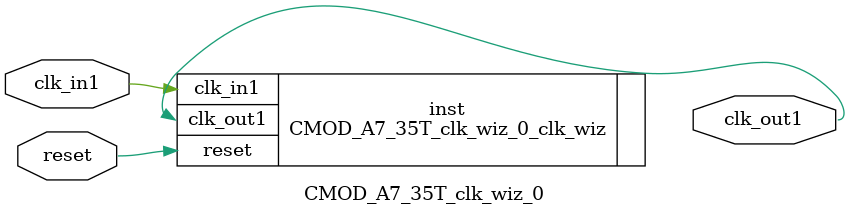
<source format=v>


`timescale 1ps/1ps

(* CORE_GENERATION_INFO = "CMOD_A7_35T_clk_wiz_0,clk_wiz_v6_0_12_0_0,{component_name=CMOD_A7_35T_clk_wiz_0,use_phase_alignment=true,use_min_o_jitter=false,use_max_i_jitter=false,use_dyn_phase_shift=false,use_inclk_switchover=false,use_dyn_reconfig=false,enable_axi=0,feedback_source=FDBK_AUTO,PRIMITIVE=MMCM,num_out_clk=1,clkin1_period=83.333,clkin2_period=10.0,use_power_down=false,use_reset=true,use_locked=false,use_inclk_stopped=false,feedback_type=SINGLE,CLOCK_MGR_TYPE=NA,manual_override=false}" *)

module CMOD_A7_35T_clk_wiz_0 
 (
  // Clock out ports
  output        clk_out1,
  // Status and control signals
  input         reset,
 // Clock in ports
  input         clk_in1
 );

  CMOD_A7_35T_clk_wiz_0_clk_wiz inst
  (
  // Clock out ports  
  .clk_out1(clk_out1),
  // Status and control signals               
  .reset(reset), 
 // Clock in ports
  .clk_in1(clk_in1)
  );

endmodule

</source>
